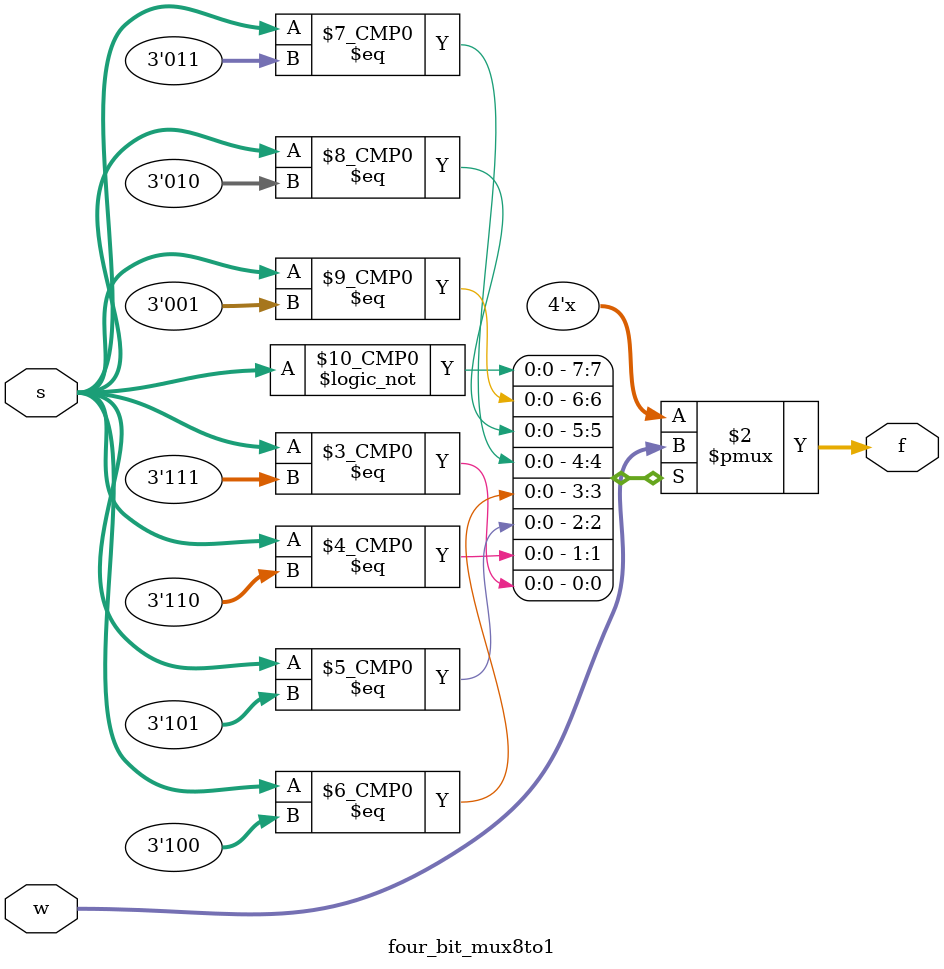
<source format=v>
module four_bit_mux8to1 (w, s, f);
    input [0:31] w;
    input [2:0] s;
    output reg [3:0] f;

    always @(*)
    begin
        case (s)
            3'b000: f = w[0:3];
            3'b001: f = w[4:7];
            3'b010: f = w[8:11];
            3'b011: f = w[12:15];
            3'b100: f = w[16:19];
            3'b101: f = w[20:23];
            3'b110: f = w[24:27];
            3'b111: f = w[28:31];
            default: f = 4'b0000;
        endcase
    end
endmodule
</source>
